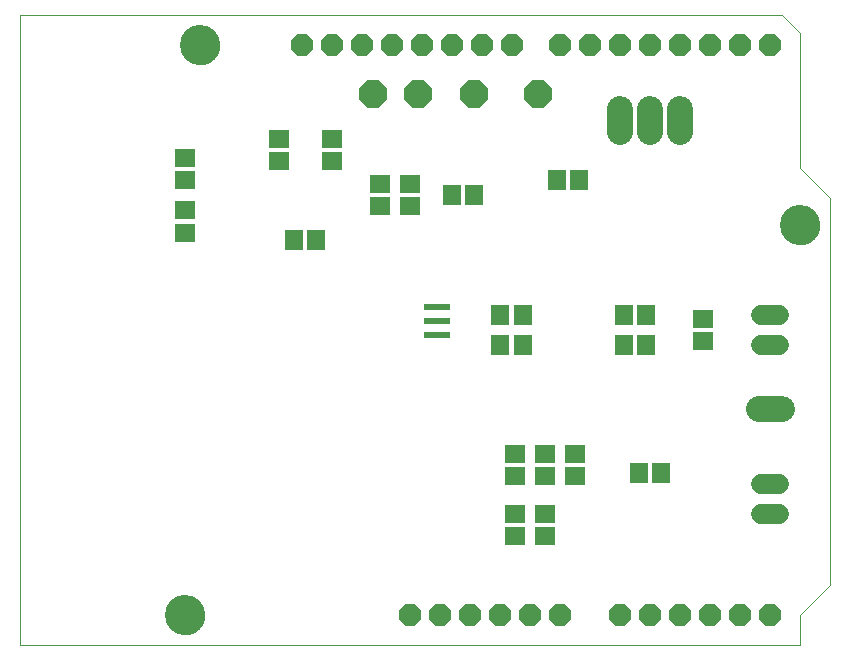
<source format=gbs>
G75*
%MOIN*%
%OFA0B0*%
%FSLAX25Y25*%
%IPPOS*%
%LPD*%
%AMOC8*
5,1,8,0,0,1.08239X$1,22.5*
%
%ADD10C,0.00000*%
%ADD11OC8,0.07400*%
%ADD12C,0.13398*%
%ADD13R,0.05918X0.06706*%
%ADD14R,0.06706X0.05918*%
%ADD15R,0.08674X0.02375*%
%ADD16C,0.06706*%
%ADD17C,0.08600*%
%ADD18OC8,0.09300*%
D10*
X0027000Y0009000D02*
X0027000Y0219000D01*
X0281000Y0219000D01*
X0287000Y0213000D01*
X0287000Y0168000D01*
X0297000Y0158000D01*
X0297000Y0029000D01*
X0287000Y0019000D01*
X0287000Y0009000D01*
X0027000Y0009000D01*
X0075701Y0019000D02*
X0075703Y0019158D01*
X0075709Y0019316D01*
X0075719Y0019474D01*
X0075733Y0019632D01*
X0075751Y0019789D01*
X0075772Y0019946D01*
X0075798Y0020102D01*
X0075828Y0020258D01*
X0075861Y0020413D01*
X0075899Y0020566D01*
X0075940Y0020719D01*
X0075985Y0020871D01*
X0076034Y0021022D01*
X0076087Y0021171D01*
X0076143Y0021319D01*
X0076203Y0021465D01*
X0076267Y0021610D01*
X0076335Y0021753D01*
X0076406Y0021895D01*
X0076480Y0022035D01*
X0076558Y0022172D01*
X0076640Y0022308D01*
X0076724Y0022442D01*
X0076813Y0022573D01*
X0076904Y0022702D01*
X0076999Y0022829D01*
X0077096Y0022954D01*
X0077197Y0023076D01*
X0077301Y0023195D01*
X0077408Y0023312D01*
X0077518Y0023426D01*
X0077631Y0023537D01*
X0077746Y0023646D01*
X0077864Y0023751D01*
X0077985Y0023853D01*
X0078108Y0023953D01*
X0078234Y0024049D01*
X0078362Y0024142D01*
X0078492Y0024232D01*
X0078625Y0024318D01*
X0078760Y0024402D01*
X0078896Y0024481D01*
X0079035Y0024558D01*
X0079176Y0024630D01*
X0079318Y0024700D01*
X0079462Y0024765D01*
X0079608Y0024827D01*
X0079755Y0024885D01*
X0079904Y0024940D01*
X0080054Y0024991D01*
X0080205Y0025038D01*
X0080357Y0025081D01*
X0080510Y0025120D01*
X0080665Y0025156D01*
X0080820Y0025187D01*
X0080976Y0025215D01*
X0081132Y0025239D01*
X0081289Y0025259D01*
X0081447Y0025275D01*
X0081604Y0025287D01*
X0081763Y0025295D01*
X0081921Y0025299D01*
X0082079Y0025299D01*
X0082237Y0025295D01*
X0082396Y0025287D01*
X0082553Y0025275D01*
X0082711Y0025259D01*
X0082868Y0025239D01*
X0083024Y0025215D01*
X0083180Y0025187D01*
X0083335Y0025156D01*
X0083490Y0025120D01*
X0083643Y0025081D01*
X0083795Y0025038D01*
X0083946Y0024991D01*
X0084096Y0024940D01*
X0084245Y0024885D01*
X0084392Y0024827D01*
X0084538Y0024765D01*
X0084682Y0024700D01*
X0084824Y0024630D01*
X0084965Y0024558D01*
X0085104Y0024481D01*
X0085240Y0024402D01*
X0085375Y0024318D01*
X0085508Y0024232D01*
X0085638Y0024142D01*
X0085766Y0024049D01*
X0085892Y0023953D01*
X0086015Y0023853D01*
X0086136Y0023751D01*
X0086254Y0023646D01*
X0086369Y0023537D01*
X0086482Y0023426D01*
X0086592Y0023312D01*
X0086699Y0023195D01*
X0086803Y0023076D01*
X0086904Y0022954D01*
X0087001Y0022829D01*
X0087096Y0022702D01*
X0087187Y0022573D01*
X0087276Y0022442D01*
X0087360Y0022308D01*
X0087442Y0022172D01*
X0087520Y0022035D01*
X0087594Y0021895D01*
X0087665Y0021753D01*
X0087733Y0021610D01*
X0087797Y0021465D01*
X0087857Y0021319D01*
X0087913Y0021171D01*
X0087966Y0021022D01*
X0088015Y0020871D01*
X0088060Y0020719D01*
X0088101Y0020566D01*
X0088139Y0020413D01*
X0088172Y0020258D01*
X0088202Y0020102D01*
X0088228Y0019946D01*
X0088249Y0019789D01*
X0088267Y0019632D01*
X0088281Y0019474D01*
X0088291Y0019316D01*
X0088297Y0019158D01*
X0088299Y0019000D01*
X0088297Y0018842D01*
X0088291Y0018684D01*
X0088281Y0018526D01*
X0088267Y0018368D01*
X0088249Y0018211D01*
X0088228Y0018054D01*
X0088202Y0017898D01*
X0088172Y0017742D01*
X0088139Y0017587D01*
X0088101Y0017434D01*
X0088060Y0017281D01*
X0088015Y0017129D01*
X0087966Y0016978D01*
X0087913Y0016829D01*
X0087857Y0016681D01*
X0087797Y0016535D01*
X0087733Y0016390D01*
X0087665Y0016247D01*
X0087594Y0016105D01*
X0087520Y0015965D01*
X0087442Y0015828D01*
X0087360Y0015692D01*
X0087276Y0015558D01*
X0087187Y0015427D01*
X0087096Y0015298D01*
X0087001Y0015171D01*
X0086904Y0015046D01*
X0086803Y0014924D01*
X0086699Y0014805D01*
X0086592Y0014688D01*
X0086482Y0014574D01*
X0086369Y0014463D01*
X0086254Y0014354D01*
X0086136Y0014249D01*
X0086015Y0014147D01*
X0085892Y0014047D01*
X0085766Y0013951D01*
X0085638Y0013858D01*
X0085508Y0013768D01*
X0085375Y0013682D01*
X0085240Y0013598D01*
X0085104Y0013519D01*
X0084965Y0013442D01*
X0084824Y0013370D01*
X0084682Y0013300D01*
X0084538Y0013235D01*
X0084392Y0013173D01*
X0084245Y0013115D01*
X0084096Y0013060D01*
X0083946Y0013009D01*
X0083795Y0012962D01*
X0083643Y0012919D01*
X0083490Y0012880D01*
X0083335Y0012844D01*
X0083180Y0012813D01*
X0083024Y0012785D01*
X0082868Y0012761D01*
X0082711Y0012741D01*
X0082553Y0012725D01*
X0082396Y0012713D01*
X0082237Y0012705D01*
X0082079Y0012701D01*
X0081921Y0012701D01*
X0081763Y0012705D01*
X0081604Y0012713D01*
X0081447Y0012725D01*
X0081289Y0012741D01*
X0081132Y0012761D01*
X0080976Y0012785D01*
X0080820Y0012813D01*
X0080665Y0012844D01*
X0080510Y0012880D01*
X0080357Y0012919D01*
X0080205Y0012962D01*
X0080054Y0013009D01*
X0079904Y0013060D01*
X0079755Y0013115D01*
X0079608Y0013173D01*
X0079462Y0013235D01*
X0079318Y0013300D01*
X0079176Y0013370D01*
X0079035Y0013442D01*
X0078896Y0013519D01*
X0078760Y0013598D01*
X0078625Y0013682D01*
X0078492Y0013768D01*
X0078362Y0013858D01*
X0078234Y0013951D01*
X0078108Y0014047D01*
X0077985Y0014147D01*
X0077864Y0014249D01*
X0077746Y0014354D01*
X0077631Y0014463D01*
X0077518Y0014574D01*
X0077408Y0014688D01*
X0077301Y0014805D01*
X0077197Y0014924D01*
X0077096Y0015046D01*
X0076999Y0015171D01*
X0076904Y0015298D01*
X0076813Y0015427D01*
X0076724Y0015558D01*
X0076640Y0015692D01*
X0076558Y0015828D01*
X0076480Y0015965D01*
X0076406Y0016105D01*
X0076335Y0016247D01*
X0076267Y0016390D01*
X0076203Y0016535D01*
X0076143Y0016681D01*
X0076087Y0016829D01*
X0076034Y0016978D01*
X0075985Y0017129D01*
X0075940Y0017281D01*
X0075899Y0017434D01*
X0075861Y0017587D01*
X0075828Y0017742D01*
X0075798Y0017898D01*
X0075772Y0018054D01*
X0075751Y0018211D01*
X0075733Y0018368D01*
X0075719Y0018526D01*
X0075709Y0018684D01*
X0075703Y0018842D01*
X0075701Y0019000D01*
X0280701Y0149000D02*
X0280703Y0149158D01*
X0280709Y0149316D01*
X0280719Y0149474D01*
X0280733Y0149632D01*
X0280751Y0149789D01*
X0280772Y0149946D01*
X0280798Y0150102D01*
X0280828Y0150258D01*
X0280861Y0150413D01*
X0280899Y0150566D01*
X0280940Y0150719D01*
X0280985Y0150871D01*
X0281034Y0151022D01*
X0281087Y0151171D01*
X0281143Y0151319D01*
X0281203Y0151465D01*
X0281267Y0151610D01*
X0281335Y0151753D01*
X0281406Y0151895D01*
X0281480Y0152035D01*
X0281558Y0152172D01*
X0281640Y0152308D01*
X0281724Y0152442D01*
X0281813Y0152573D01*
X0281904Y0152702D01*
X0281999Y0152829D01*
X0282096Y0152954D01*
X0282197Y0153076D01*
X0282301Y0153195D01*
X0282408Y0153312D01*
X0282518Y0153426D01*
X0282631Y0153537D01*
X0282746Y0153646D01*
X0282864Y0153751D01*
X0282985Y0153853D01*
X0283108Y0153953D01*
X0283234Y0154049D01*
X0283362Y0154142D01*
X0283492Y0154232D01*
X0283625Y0154318D01*
X0283760Y0154402D01*
X0283896Y0154481D01*
X0284035Y0154558D01*
X0284176Y0154630D01*
X0284318Y0154700D01*
X0284462Y0154765D01*
X0284608Y0154827D01*
X0284755Y0154885D01*
X0284904Y0154940D01*
X0285054Y0154991D01*
X0285205Y0155038D01*
X0285357Y0155081D01*
X0285510Y0155120D01*
X0285665Y0155156D01*
X0285820Y0155187D01*
X0285976Y0155215D01*
X0286132Y0155239D01*
X0286289Y0155259D01*
X0286447Y0155275D01*
X0286604Y0155287D01*
X0286763Y0155295D01*
X0286921Y0155299D01*
X0287079Y0155299D01*
X0287237Y0155295D01*
X0287396Y0155287D01*
X0287553Y0155275D01*
X0287711Y0155259D01*
X0287868Y0155239D01*
X0288024Y0155215D01*
X0288180Y0155187D01*
X0288335Y0155156D01*
X0288490Y0155120D01*
X0288643Y0155081D01*
X0288795Y0155038D01*
X0288946Y0154991D01*
X0289096Y0154940D01*
X0289245Y0154885D01*
X0289392Y0154827D01*
X0289538Y0154765D01*
X0289682Y0154700D01*
X0289824Y0154630D01*
X0289965Y0154558D01*
X0290104Y0154481D01*
X0290240Y0154402D01*
X0290375Y0154318D01*
X0290508Y0154232D01*
X0290638Y0154142D01*
X0290766Y0154049D01*
X0290892Y0153953D01*
X0291015Y0153853D01*
X0291136Y0153751D01*
X0291254Y0153646D01*
X0291369Y0153537D01*
X0291482Y0153426D01*
X0291592Y0153312D01*
X0291699Y0153195D01*
X0291803Y0153076D01*
X0291904Y0152954D01*
X0292001Y0152829D01*
X0292096Y0152702D01*
X0292187Y0152573D01*
X0292276Y0152442D01*
X0292360Y0152308D01*
X0292442Y0152172D01*
X0292520Y0152035D01*
X0292594Y0151895D01*
X0292665Y0151753D01*
X0292733Y0151610D01*
X0292797Y0151465D01*
X0292857Y0151319D01*
X0292913Y0151171D01*
X0292966Y0151022D01*
X0293015Y0150871D01*
X0293060Y0150719D01*
X0293101Y0150566D01*
X0293139Y0150413D01*
X0293172Y0150258D01*
X0293202Y0150102D01*
X0293228Y0149946D01*
X0293249Y0149789D01*
X0293267Y0149632D01*
X0293281Y0149474D01*
X0293291Y0149316D01*
X0293297Y0149158D01*
X0293299Y0149000D01*
X0293297Y0148842D01*
X0293291Y0148684D01*
X0293281Y0148526D01*
X0293267Y0148368D01*
X0293249Y0148211D01*
X0293228Y0148054D01*
X0293202Y0147898D01*
X0293172Y0147742D01*
X0293139Y0147587D01*
X0293101Y0147434D01*
X0293060Y0147281D01*
X0293015Y0147129D01*
X0292966Y0146978D01*
X0292913Y0146829D01*
X0292857Y0146681D01*
X0292797Y0146535D01*
X0292733Y0146390D01*
X0292665Y0146247D01*
X0292594Y0146105D01*
X0292520Y0145965D01*
X0292442Y0145828D01*
X0292360Y0145692D01*
X0292276Y0145558D01*
X0292187Y0145427D01*
X0292096Y0145298D01*
X0292001Y0145171D01*
X0291904Y0145046D01*
X0291803Y0144924D01*
X0291699Y0144805D01*
X0291592Y0144688D01*
X0291482Y0144574D01*
X0291369Y0144463D01*
X0291254Y0144354D01*
X0291136Y0144249D01*
X0291015Y0144147D01*
X0290892Y0144047D01*
X0290766Y0143951D01*
X0290638Y0143858D01*
X0290508Y0143768D01*
X0290375Y0143682D01*
X0290240Y0143598D01*
X0290104Y0143519D01*
X0289965Y0143442D01*
X0289824Y0143370D01*
X0289682Y0143300D01*
X0289538Y0143235D01*
X0289392Y0143173D01*
X0289245Y0143115D01*
X0289096Y0143060D01*
X0288946Y0143009D01*
X0288795Y0142962D01*
X0288643Y0142919D01*
X0288490Y0142880D01*
X0288335Y0142844D01*
X0288180Y0142813D01*
X0288024Y0142785D01*
X0287868Y0142761D01*
X0287711Y0142741D01*
X0287553Y0142725D01*
X0287396Y0142713D01*
X0287237Y0142705D01*
X0287079Y0142701D01*
X0286921Y0142701D01*
X0286763Y0142705D01*
X0286604Y0142713D01*
X0286447Y0142725D01*
X0286289Y0142741D01*
X0286132Y0142761D01*
X0285976Y0142785D01*
X0285820Y0142813D01*
X0285665Y0142844D01*
X0285510Y0142880D01*
X0285357Y0142919D01*
X0285205Y0142962D01*
X0285054Y0143009D01*
X0284904Y0143060D01*
X0284755Y0143115D01*
X0284608Y0143173D01*
X0284462Y0143235D01*
X0284318Y0143300D01*
X0284176Y0143370D01*
X0284035Y0143442D01*
X0283896Y0143519D01*
X0283760Y0143598D01*
X0283625Y0143682D01*
X0283492Y0143768D01*
X0283362Y0143858D01*
X0283234Y0143951D01*
X0283108Y0144047D01*
X0282985Y0144147D01*
X0282864Y0144249D01*
X0282746Y0144354D01*
X0282631Y0144463D01*
X0282518Y0144574D01*
X0282408Y0144688D01*
X0282301Y0144805D01*
X0282197Y0144924D01*
X0282096Y0145046D01*
X0281999Y0145171D01*
X0281904Y0145298D01*
X0281813Y0145427D01*
X0281724Y0145558D01*
X0281640Y0145692D01*
X0281558Y0145828D01*
X0281480Y0145965D01*
X0281406Y0146105D01*
X0281335Y0146247D01*
X0281267Y0146390D01*
X0281203Y0146535D01*
X0281143Y0146681D01*
X0281087Y0146829D01*
X0281034Y0146978D01*
X0280985Y0147129D01*
X0280940Y0147281D01*
X0280899Y0147434D01*
X0280861Y0147587D01*
X0280828Y0147742D01*
X0280798Y0147898D01*
X0280772Y0148054D01*
X0280751Y0148211D01*
X0280733Y0148368D01*
X0280719Y0148526D01*
X0280709Y0148684D01*
X0280703Y0148842D01*
X0280701Y0149000D01*
X0080701Y0209000D02*
X0080703Y0209158D01*
X0080709Y0209316D01*
X0080719Y0209474D01*
X0080733Y0209632D01*
X0080751Y0209789D01*
X0080772Y0209946D01*
X0080798Y0210102D01*
X0080828Y0210258D01*
X0080861Y0210413D01*
X0080899Y0210566D01*
X0080940Y0210719D01*
X0080985Y0210871D01*
X0081034Y0211022D01*
X0081087Y0211171D01*
X0081143Y0211319D01*
X0081203Y0211465D01*
X0081267Y0211610D01*
X0081335Y0211753D01*
X0081406Y0211895D01*
X0081480Y0212035D01*
X0081558Y0212172D01*
X0081640Y0212308D01*
X0081724Y0212442D01*
X0081813Y0212573D01*
X0081904Y0212702D01*
X0081999Y0212829D01*
X0082096Y0212954D01*
X0082197Y0213076D01*
X0082301Y0213195D01*
X0082408Y0213312D01*
X0082518Y0213426D01*
X0082631Y0213537D01*
X0082746Y0213646D01*
X0082864Y0213751D01*
X0082985Y0213853D01*
X0083108Y0213953D01*
X0083234Y0214049D01*
X0083362Y0214142D01*
X0083492Y0214232D01*
X0083625Y0214318D01*
X0083760Y0214402D01*
X0083896Y0214481D01*
X0084035Y0214558D01*
X0084176Y0214630D01*
X0084318Y0214700D01*
X0084462Y0214765D01*
X0084608Y0214827D01*
X0084755Y0214885D01*
X0084904Y0214940D01*
X0085054Y0214991D01*
X0085205Y0215038D01*
X0085357Y0215081D01*
X0085510Y0215120D01*
X0085665Y0215156D01*
X0085820Y0215187D01*
X0085976Y0215215D01*
X0086132Y0215239D01*
X0086289Y0215259D01*
X0086447Y0215275D01*
X0086604Y0215287D01*
X0086763Y0215295D01*
X0086921Y0215299D01*
X0087079Y0215299D01*
X0087237Y0215295D01*
X0087396Y0215287D01*
X0087553Y0215275D01*
X0087711Y0215259D01*
X0087868Y0215239D01*
X0088024Y0215215D01*
X0088180Y0215187D01*
X0088335Y0215156D01*
X0088490Y0215120D01*
X0088643Y0215081D01*
X0088795Y0215038D01*
X0088946Y0214991D01*
X0089096Y0214940D01*
X0089245Y0214885D01*
X0089392Y0214827D01*
X0089538Y0214765D01*
X0089682Y0214700D01*
X0089824Y0214630D01*
X0089965Y0214558D01*
X0090104Y0214481D01*
X0090240Y0214402D01*
X0090375Y0214318D01*
X0090508Y0214232D01*
X0090638Y0214142D01*
X0090766Y0214049D01*
X0090892Y0213953D01*
X0091015Y0213853D01*
X0091136Y0213751D01*
X0091254Y0213646D01*
X0091369Y0213537D01*
X0091482Y0213426D01*
X0091592Y0213312D01*
X0091699Y0213195D01*
X0091803Y0213076D01*
X0091904Y0212954D01*
X0092001Y0212829D01*
X0092096Y0212702D01*
X0092187Y0212573D01*
X0092276Y0212442D01*
X0092360Y0212308D01*
X0092442Y0212172D01*
X0092520Y0212035D01*
X0092594Y0211895D01*
X0092665Y0211753D01*
X0092733Y0211610D01*
X0092797Y0211465D01*
X0092857Y0211319D01*
X0092913Y0211171D01*
X0092966Y0211022D01*
X0093015Y0210871D01*
X0093060Y0210719D01*
X0093101Y0210566D01*
X0093139Y0210413D01*
X0093172Y0210258D01*
X0093202Y0210102D01*
X0093228Y0209946D01*
X0093249Y0209789D01*
X0093267Y0209632D01*
X0093281Y0209474D01*
X0093291Y0209316D01*
X0093297Y0209158D01*
X0093299Y0209000D01*
X0093297Y0208842D01*
X0093291Y0208684D01*
X0093281Y0208526D01*
X0093267Y0208368D01*
X0093249Y0208211D01*
X0093228Y0208054D01*
X0093202Y0207898D01*
X0093172Y0207742D01*
X0093139Y0207587D01*
X0093101Y0207434D01*
X0093060Y0207281D01*
X0093015Y0207129D01*
X0092966Y0206978D01*
X0092913Y0206829D01*
X0092857Y0206681D01*
X0092797Y0206535D01*
X0092733Y0206390D01*
X0092665Y0206247D01*
X0092594Y0206105D01*
X0092520Y0205965D01*
X0092442Y0205828D01*
X0092360Y0205692D01*
X0092276Y0205558D01*
X0092187Y0205427D01*
X0092096Y0205298D01*
X0092001Y0205171D01*
X0091904Y0205046D01*
X0091803Y0204924D01*
X0091699Y0204805D01*
X0091592Y0204688D01*
X0091482Y0204574D01*
X0091369Y0204463D01*
X0091254Y0204354D01*
X0091136Y0204249D01*
X0091015Y0204147D01*
X0090892Y0204047D01*
X0090766Y0203951D01*
X0090638Y0203858D01*
X0090508Y0203768D01*
X0090375Y0203682D01*
X0090240Y0203598D01*
X0090104Y0203519D01*
X0089965Y0203442D01*
X0089824Y0203370D01*
X0089682Y0203300D01*
X0089538Y0203235D01*
X0089392Y0203173D01*
X0089245Y0203115D01*
X0089096Y0203060D01*
X0088946Y0203009D01*
X0088795Y0202962D01*
X0088643Y0202919D01*
X0088490Y0202880D01*
X0088335Y0202844D01*
X0088180Y0202813D01*
X0088024Y0202785D01*
X0087868Y0202761D01*
X0087711Y0202741D01*
X0087553Y0202725D01*
X0087396Y0202713D01*
X0087237Y0202705D01*
X0087079Y0202701D01*
X0086921Y0202701D01*
X0086763Y0202705D01*
X0086604Y0202713D01*
X0086447Y0202725D01*
X0086289Y0202741D01*
X0086132Y0202761D01*
X0085976Y0202785D01*
X0085820Y0202813D01*
X0085665Y0202844D01*
X0085510Y0202880D01*
X0085357Y0202919D01*
X0085205Y0202962D01*
X0085054Y0203009D01*
X0084904Y0203060D01*
X0084755Y0203115D01*
X0084608Y0203173D01*
X0084462Y0203235D01*
X0084318Y0203300D01*
X0084176Y0203370D01*
X0084035Y0203442D01*
X0083896Y0203519D01*
X0083760Y0203598D01*
X0083625Y0203682D01*
X0083492Y0203768D01*
X0083362Y0203858D01*
X0083234Y0203951D01*
X0083108Y0204047D01*
X0082985Y0204147D01*
X0082864Y0204249D01*
X0082746Y0204354D01*
X0082631Y0204463D01*
X0082518Y0204574D01*
X0082408Y0204688D01*
X0082301Y0204805D01*
X0082197Y0204924D01*
X0082096Y0205046D01*
X0081999Y0205171D01*
X0081904Y0205298D01*
X0081813Y0205427D01*
X0081724Y0205558D01*
X0081640Y0205692D01*
X0081558Y0205828D01*
X0081480Y0205965D01*
X0081406Y0206105D01*
X0081335Y0206247D01*
X0081267Y0206390D01*
X0081203Y0206535D01*
X0081143Y0206681D01*
X0081087Y0206829D01*
X0081034Y0206978D01*
X0080985Y0207129D01*
X0080940Y0207281D01*
X0080899Y0207434D01*
X0080861Y0207587D01*
X0080828Y0207742D01*
X0080798Y0207898D01*
X0080772Y0208054D01*
X0080751Y0208211D01*
X0080733Y0208368D01*
X0080719Y0208526D01*
X0080709Y0208684D01*
X0080703Y0208842D01*
X0080701Y0209000D01*
D11*
X0121000Y0209000D03*
X0131000Y0209000D03*
X0141000Y0209000D03*
X0151000Y0209000D03*
X0161000Y0209000D03*
X0171000Y0209000D03*
X0181000Y0209000D03*
X0191000Y0209000D03*
X0207000Y0209000D03*
X0217000Y0209000D03*
X0227000Y0209000D03*
X0237000Y0209000D03*
X0247000Y0209000D03*
X0257000Y0209000D03*
X0267000Y0209000D03*
X0277000Y0209000D03*
X0277000Y0019000D03*
X0267000Y0019000D03*
X0257000Y0019000D03*
X0247000Y0019000D03*
X0237000Y0019000D03*
X0227000Y0019000D03*
X0207000Y0019000D03*
X0197000Y0019000D03*
X0187000Y0019000D03*
X0177000Y0019000D03*
X0167000Y0019000D03*
X0157000Y0019000D03*
D12*
X0082000Y0019000D03*
X0287000Y0149000D03*
X0087000Y0209000D03*
D13*
X0170760Y0159000D03*
X0178240Y0159000D03*
X0205760Y0164000D03*
X0213240Y0164000D03*
X0228260Y0119000D03*
X0235740Y0119000D03*
X0235740Y0109000D03*
X0228260Y0109000D03*
X0194490Y0109000D03*
X0187010Y0109000D03*
X0187010Y0119000D03*
X0194490Y0119000D03*
X0125740Y0144000D03*
X0118260Y0144000D03*
X0233260Y0066500D03*
X0240740Y0066500D03*
D14*
X0212000Y0065260D03*
X0212000Y0072740D03*
X0202000Y0072740D03*
X0202000Y0065260D03*
X0192000Y0065260D03*
X0192000Y0072740D03*
X0192000Y0052740D03*
X0192000Y0045260D03*
X0202000Y0045260D03*
X0202000Y0052740D03*
X0254500Y0110260D03*
X0254500Y0117740D03*
X0157000Y0155260D03*
X0157000Y0162740D03*
X0147000Y0162740D03*
X0147000Y0155260D03*
X0130750Y0170260D03*
X0130750Y0177740D03*
X0113250Y0177740D03*
X0113250Y0170260D03*
X0082000Y0171490D03*
X0082000Y0164010D03*
X0082000Y0153990D03*
X0082000Y0146510D03*
D15*
X0166000Y0121724D03*
X0166000Y0117000D03*
X0166000Y0112276D03*
D16*
X0274047Y0109000D02*
X0279953Y0109000D01*
X0279953Y0119000D02*
X0274047Y0119000D01*
X0274047Y0062750D02*
X0279953Y0062750D01*
X0279953Y0052750D02*
X0274047Y0052750D01*
D17*
X0273100Y0087750D02*
X0280900Y0087750D01*
X0247000Y0180100D02*
X0247000Y0187900D01*
X0237000Y0187900D02*
X0237000Y0180100D01*
X0227000Y0180100D02*
X0227000Y0187900D01*
D18*
X0199500Y0192750D03*
X0178250Y0192750D03*
X0159500Y0192750D03*
X0144500Y0192750D03*
M02*

</source>
